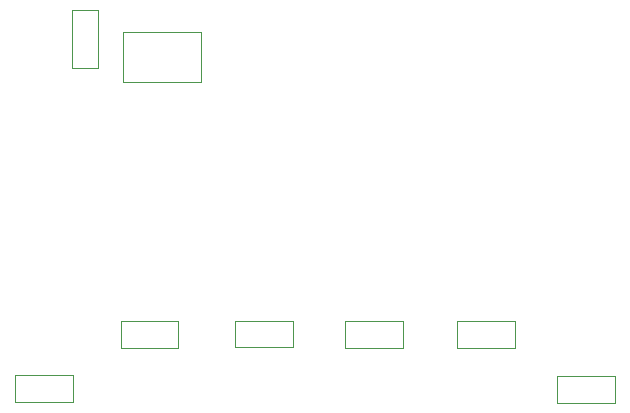
<source format=gbr>
G04 #@! TF.GenerationSoftware,KiCad,Pcbnew,5.1.5+dfsg1-2build2*
G04 #@! TF.CreationDate,2022-07-28T19:41:36+02:00*
G04 #@! TF.ProjectId,digital,64696769-7461-46c2-9e6b-696361645f70,rev?*
G04 #@! TF.SameCoordinates,Original*
G04 #@! TF.FileFunction,Other,User*
%FSLAX46Y46*%
G04 Gerber Fmt 4.6, Leading zero omitted, Abs format (unit mm)*
G04 Created by KiCad (PCBNEW 5.1.5+dfsg1-2build2) date 2022-07-28 19:41:36*
%MOMM*%
%LPD*%
G04 APERTURE LIST*
%ADD10C,0.050000*%
G04 APERTURE END LIST*
D10*
X121437500Y-122280000D02*
X121437500Y-124520000D01*
X121437500Y-124520000D02*
X126337500Y-124520000D01*
X126337500Y-124520000D02*
X126337500Y-122280000D01*
X126337500Y-122280000D02*
X121437500Y-122280000D01*
X80330000Y-96175000D02*
X82570000Y-96175000D01*
X82570000Y-96175000D02*
X82570000Y-91275000D01*
X82570000Y-91275000D02*
X80330000Y-91275000D01*
X80330000Y-91275000D02*
X80330000Y-96175000D01*
X91217500Y-97320000D02*
X91217500Y-93080000D01*
X91217500Y-93080000D02*
X84657500Y-93080000D01*
X84657500Y-93080000D02*
X84657500Y-97320000D01*
X84657500Y-97320000D02*
X91217500Y-97320000D01*
X117812500Y-117605000D02*
X112912500Y-117605000D01*
X117812500Y-119845000D02*
X117812500Y-117605000D01*
X112912500Y-119845000D02*
X117812500Y-119845000D01*
X112912500Y-117605000D02*
X112912500Y-119845000D01*
X103462500Y-117605000D02*
X103462500Y-119845000D01*
X103462500Y-119845000D02*
X108362500Y-119845000D01*
X108362500Y-119845000D02*
X108362500Y-117605000D01*
X108362500Y-117605000D02*
X103462500Y-117605000D01*
X99012500Y-117580000D02*
X94112500Y-117580000D01*
X99012500Y-119820000D02*
X99012500Y-117580000D01*
X94112500Y-119820000D02*
X99012500Y-119820000D01*
X94112500Y-117580000D02*
X94112500Y-119820000D01*
X84450000Y-117605000D02*
X84450000Y-119845000D01*
X84450000Y-119845000D02*
X89350000Y-119845000D01*
X89350000Y-119845000D02*
X89350000Y-117605000D01*
X89350000Y-117605000D02*
X84450000Y-117605000D01*
X80437500Y-122180000D02*
X75537500Y-122180000D01*
X80437500Y-124420000D02*
X80437500Y-122180000D01*
X75537500Y-124420000D02*
X80437500Y-124420000D01*
X75537500Y-122180000D02*
X75537500Y-124420000D01*
M02*

</source>
